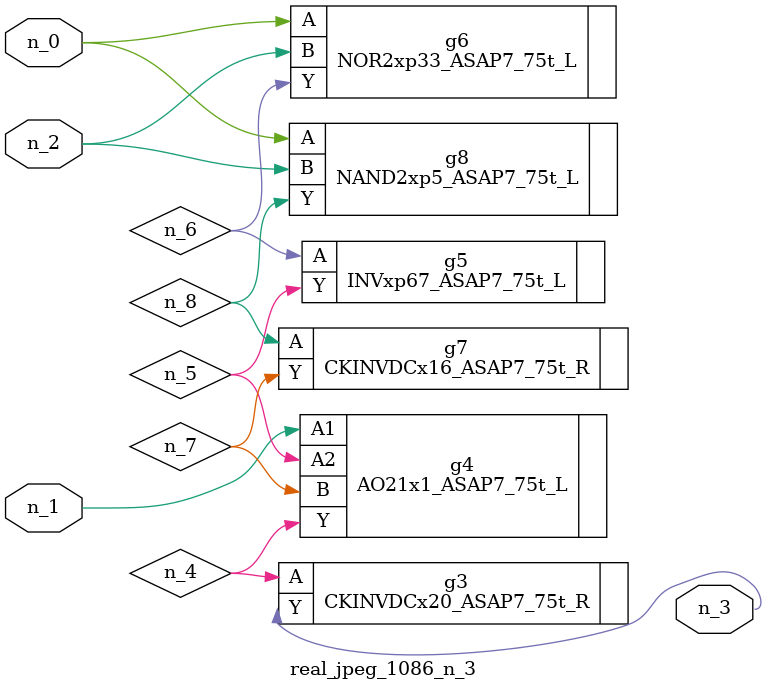
<source format=v>
module real_jpeg_1086_n_3 (n_1, n_0, n_2, n_3);

input n_1;
input n_0;
input n_2;

output n_3;

wire n_5;
wire n_4;
wire n_8;
wire n_6;
wire n_7;

NOR2xp33_ASAP7_75t_L g6 ( 
.A(n_0),
.B(n_2),
.Y(n_6)
);

NAND2xp5_ASAP7_75t_L g8 ( 
.A(n_0),
.B(n_2),
.Y(n_8)
);

AO21x1_ASAP7_75t_L g4 ( 
.A1(n_1),
.A2(n_5),
.B(n_7),
.Y(n_4)
);

CKINVDCx20_ASAP7_75t_R g3 ( 
.A(n_4),
.Y(n_3)
);

INVxp67_ASAP7_75t_L g5 ( 
.A(n_6),
.Y(n_5)
);

CKINVDCx16_ASAP7_75t_R g7 ( 
.A(n_8),
.Y(n_7)
);


endmodule
</source>
